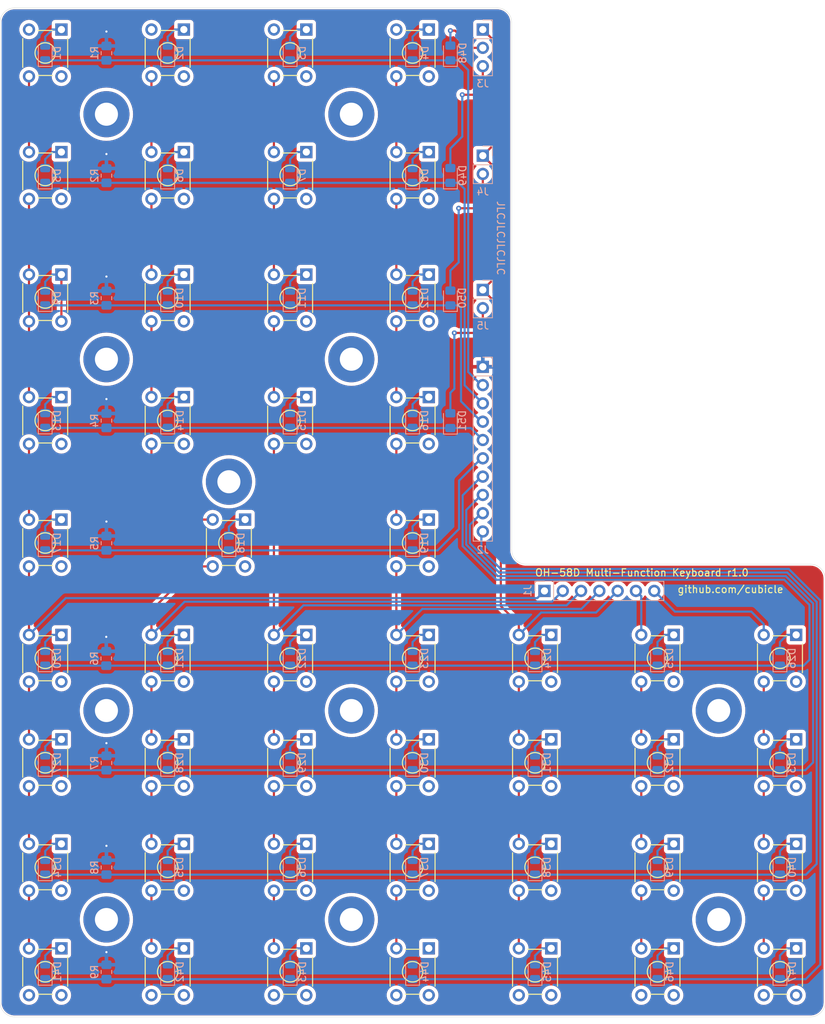
<source format=kicad_pcb>
(kicad_pcb (version 20240108) (generator "pcbnew") (generator_version "8.0")
  (title_block (title "OH-58D Multi-Function Keyboard") (date "2025-01-06") (rev "1.0") (company "github.com/cubicle"))
  (layers (0 "F.Cu" signal) (31 "B.Cu" signal) (34 "B.Paste" user) (35 "F.Paste" user) (36 "B.SilkS" user "B.Silkscreen") (37 "F.SilkS" user "F.Silkscreen") (38 "B.Mask" user) (39 "F.Mask" user) (44 "Edge.Cuts" user))
  (net 0 "")
  (net 1 "Net-(D1-A)")
  (net 2 "Net-(D1-K)")
  (net 3 "Net-(D2-A)")
  (net 4 "Net-(D3-A)")
  (net 5 "Net-(D4-A)")
  (net 6 "Net-(D49-K)")
  (net 7 "Net-(D5-A)")
  (net 8 "Net-(D6-A)")
  (net 9 "Net-(D7-A)")
  (net 10 "Net-(D8-A)")
  (net 11 "Net-(D10-K)")
  (net 12 "Net-(D9-A)")
  (net 13 "Net-(D10-A)")
  (net 14 "Net-(D11-A)")
  (net 15 "Net-(D12-A)")
  (net 16 "Net-(D13-K)")
  (net 17 "Net-(D13-A)")
  (net 18 "Net-(D14-A)")
  (net 19 "Net-(D15-A)")
  (net 20 "Net-(D16-A)")
  (net 21 "Net-(D17-K)")
  (net 22 "Net-(D17-A)")
  (net 23 "Net-(D18-A)")
  (net 24 "Net-(D19-A)")
  (net 25 "Net-(D20-A)")
  (net 26 "Net-(D20-K)")
  (net 27 "Net-(D21-A)")
  (net 28 "Net-(D22-A)")
  (net 29 "Net-(D23-A)")
  (net 30 "Net-(D24-A)")
  (net 31 "Net-(D25-A)")
  (net 32 "Net-(D26-A)")
  (net 33 "Net-(D27-K)")
  (net 34 "Net-(D27-A)")
  (net 35 "Net-(D28-A)")
  (net 36 "Net-(D29-A)")
  (net 37 "Net-(D30-A)")
  (net 38 "Net-(D31-A)")
  (net 39 "Net-(D32-A)")
  (net 40 "Net-(D33-A)")
  (net 41 "Net-(D34-K)")
  (net 42 "Net-(D34-A)")
  (net 43 "Net-(D35-A)")
  (net 44 "Net-(D36-A)")
  (net 45 "Net-(D37-A)")
  (net 46 "Net-(D38-A)")
  (net 47 "Net-(D39-A)")
  (net 48 "Net-(D40-A)")
  (net 49 "Net-(D41-A)")
  (net 50 "Net-(D41-K)")
  (net 51 "Net-(D42-A)")
  (net 52 "Net-(D43-A)")
  (net 53 "Net-(D44-A)")
  (net 54 "Net-(D45-A)")
  (net 55 "Net-(D46-A)")
  (net 56 "Net-(D47-A)")
  (net 57 "Net-(J1-Pin_1)")
  (net 58 "Row 9")
  (net 59 "Net-(J1-Pin_4)")
  (net 60 "Row 8")
  (net 61 "Row 7")
  (net 62 "Net-(J1-Pin_3)")
  (net 63 "Net-(J1-Pin_2)")
  (net 64 "GND")
  (net 65 "Row 6")
  (net 66 "Column 6")
  (net 67 "Column 7")
  (net 68 "Column 5")
  (footprint "Button_Switch_THT:SW_TH_Tactile_Omron_B3F-105x" (layer "F.Cu") (at 80.15 71.775 -90)
    (property "Reference" "SW11" (hide yes))
    (property "Value" "SW_Push")
  )
  (footprint "MountingHole:MountingHole_3.2mm_M3_Pad" (layer "F.Cu") (at 52.4 132.275)
    (property "Reference" "REF**" (hide yes))
    (property "Value" "MountingHole_3.2mm_M3_Pad")
  )
  (footprint "Button_Switch_THT:SW_TH_Tactile_Omron_B3F-105x" (layer "F.Cu") (at 148.15 165.275 -90)
    (property "Reference" "SW47" (hide yes))
    (property "Value" "SW_Push")
  )
  (footprint "Button_Switch_THT:SW_TH_Tactile_Omron_B3F-105x" (layer "F.Cu") (at 97.15 71.775 -90)
    (property "Reference" "SW12" (hide yes))
    (property "Value" "SW_Push")
  )
  (footprint "Button_Switch_THT:SW_TH_Tactile_Omron_B3F-105x" (layer "F.Cu") (at 63.15 88.775 -90)
    (property "Reference" "SW14" (hide yes))
    (property "Value" "SW_Push")
  )
  (footprint "Button_Switch_THT:SW_TH_Tactile_Omron_B3F-105x" (layer "F.Cu") (at 63.15 54.775 -90)
    (property "Reference" "SW6" (hide yes))
    (property "Value" "SW_Push")
  )
  (footprint "MountingHole:MountingHole_3.2mm_M3_Pad" (layer "F.Cu") (at 52.4 161.275)
    (property "Reference" "REF**" (hide yes))
    (property "Value" "MountingHole_3.2mm_M3_Pad")
  )
  (footprint "Button_Switch_THT:SW_TH_Tactile_Omron_B3F-105x" (layer "F.Cu") (at 46.15 165.275 -90)
    (property "Reference" "SW41" (hide yes))
    (property "Value" "SW_Push")
  )
  (footprint "MountingHole:MountingHole_3.2mm_M3_Pad" (layer "F.Cu") (at 137.4 132.275)
    (property "Reference" "REF**" (hide yes))
    (property "Value" "MountingHole_3.2mm_M3_Pad")
  )
  (footprint "Button_Switch_THT:SW_TH_Tactile_Omron_B3F-105x" (layer "F.Cu") (at 97.15 105.775 -90)
    (property "Reference" "SW19" (hide yes))
    (property "Value" "SW_Push")
  )
  (footprint "Button_Switch_THT:SW_TH_Tactile_Omron_B3F-105x" (layer "F.Cu") (at 46.15 121.775 -90)
    (property "Reference" "SW20" (hide yes))
    (property "Value" "SW_Push")
  )
  (footprint "Button_Switch_THT:SW_TH_Tactile_Omron_B3F-105x" (layer "F.Cu") (at 97.15 150.775 -90)
    (property "Reference" "SW37" (hide yes))
    (property "Value" "SW_Push")
  )
  (footprint "Button_Switch_THT:SW_TH_Tactile_Omron_B3F-105x" (layer "F.Cu") (at 97.15 88.775 -90)
    (property "Reference" "SW16" (hide yes))
    (property "Value" "SW_Push")
  )
  (footprint "Button_Switch_THT:SW_TH_Tactile_Omron_B3F-105x" (layer "F.Cu") (at 131.15 165.275 -90)
    (property "Reference" "SW46" (hide yes))
    (property "Value" "SW_Push")
  )
  (footprint "Button_Switch_THT:SW_TH_Tactile_Omron_B3F-105x" (layer "F.Cu") (at 114.15 136.275 -90)
    (property "Reference" "SW31" (hide yes))
    (property "Value" "SW_Push")
  )
  (footprint "Button_Switch_THT:SW_TH_Tactile_Omron_B3F-105x" (layer "F.Cu") (at 63.15 37.775 -90)
    (property "Reference" "SW2" (hide yes))
    (property "Value" "SW_Push")
  )
  (footprint "Button_Switch_THT:SW_TH_Tactile_Omron_B3F-105x" (layer "F.Cu") (at 97.15 37.775 -90)
    (property "Reference" "SW4" (hide yes))
    (property "Value" "SW_Push")
  )
  (footprint "Button_Switch_THT:SW_TH_Tactile_Omron_B3F-105x" (layer "F.Cu") (at 46.15 37.775 -90)
    (property "Reference" "SW1" (hide yes))
    (property "Value" "SW_Push")
  )
  (footprint "MountingHole:MountingHole_3.2mm_M3_Pad" (layer "F.Cu") (at 86.4 49.525)
    (property "Reference" "REF**" (hide yes))
    (property "Value" "MountingHole_3.2mm_M3_Pad")
  )
  (footprint "Button_Switch_THT:SW_TH_Tactile_Omron_B3F-105x" (layer "F.Cu") (at 63.15 165.275 -90)
    (property "Reference" "SW42" (hide yes))
    (property "Value" "SW_Push")
  )
  (footprint "Button_Switch_THT:SW_TH_Tactile_Omron_B3F-105x" (layer "F.Cu") (at 46.15 105.775 -90)
    (property "Reference" "SW17" (hide yes))
    (property "Value" "SW_Push")
  )
  (footprint "Button_Switch_THT:SW_TH_Tactile_Omron_B3F-105x" (layer "F.Cu") (at 63.15 150.775 -90)
    (property "Reference" "SW35" (hide yes))
    (property "Value" "SW_Push")
  )
  (footprint "Button_Switch_THT:SW_TH_Tactile_Omron_B3F-105x" (layer "F.Cu") (at 80.15 150.775 -90)
    (property "Reference" "SW36" (hide yes))
    (property "Value" "SW_Push")
  )
  (footprint "Button_Switch_THT:SW_TH_Tactile_Omron_B3F-105x" (layer "F.Cu") (at 71.65 105.775 -90)
    (property "Reference" "SW18" (hide yes))
    (property "Value" "SW_Push")
  )
  (footprint "Button_Switch_THT:SW_TH_Tactile_Omron_B3F-105x" (layer "F.Cu") (at 131.15 136.275 -90)
    (property "Reference" "SW32" (hide yes))
    (property "Value" "SW_Push")
  )
  (footprint "Button_Switch_THT:SW_TH_Tactile_Omron_B3F-105x" (layer "F.Cu") (at 148.15 150.775 -90)
    (property "Reference" "SW40" (hide yes))
    (property "Value" "SW_Push")
  )
  (footprint "Button_Switch_THT:SW_TH_Tactile_Omron_B3F-105x" (layer "F.Cu") (at 46.15 150.775 -90)
    (property "Reference" "SW34" (hide yes))
    (property "Value" "SW_Push")
  )
  (footprint "Button_Switch_THT:SW_TH_Tactile_Omron_B3F-105x" (layer "F.Cu") (at 97.15 54.775 -90)
    (property "Reference" "SW8" (hide yes))
    (property "Value" "SW_Push")
  )
  (footprint "Button_Switch_THT:SW_TH_Tactile_Omron_B3F-105x" (layer "F.Cu") (at 80.15 165.275 -90)
    (property "Reference" "SW43" (hide yes))
    (property "Value" "SW_Push")
  )
  (footprint "Button_Switch_THT:SW_TH_Tactile_Omron_B3F-105x" (layer "F.Cu") (at 114.15 150.775 -90)
    (property "Reference" "SW38" (hide yes))
    (property "Value" "SW_Push")
  )
  (footprint "MountingHole:MountingHole_3.2mm_M3_Pad" (layer "F.Cu") (at 52.4 49.525)
    (property "Reference" "REF**" (hide yes))
    (property "Value" "MountingHole_3.2mm_M3_Pad")
  )
  (footprint "Button_Switch_THT:SW_TH_Tactile_Omron_B3F-105x" (layer "F.Cu") (at 46.15 54.775 -90)
    (property "Reference" "SW5" (hide yes))
    (property "Value" "SW_Push")
  )
  (footprint "Button_Switch_THT:SW_TH_Tactile_Omron_B3F-105x" (layer "F.Cu") (at 63.15 71.775 -90)
    (property "Reference" "SW10" (hide yes))
    (property "Value" "SW_Push")
  )
  (footprint "Button_Switch_THT:SW_TH_Tactile_Omron_B3F-105x" (layer "F.Cu") (at 114.15 165.275 -90)
    (property "Reference" "SW45" (hide yes))
    (property "Value" "SW_Push")
  )
  (footprint "Button_Switch_THT:SW_TH_Tactile_Omron_B3F-105x" (layer "F.Cu") (at 80.15 136.275 -90)
    (property "Reference" "SW29" (hide yes))
    (property "Value" "SW_Push")
  )
  (footprint "Button_Switch_THT:SW_TH_Tactile_Omron_B3F-105x" (layer "F.Cu") (at 63.15 136.275 -90)
    (property "Reference" "SW28" (hide yes))
    (property "Value" "SW_Push")
  )
  (footprint "Button_Switch_THT:SW_TH_Tactile_Omron_B3F-105x" (layer "F.Cu") (at 148.15 121.775 -90)
    (property "Reference" "SW26" (hide yes))
    (property "Value" "SW_Push")
  )
  (footprint "Button_Switch_THT:SW_TH_Tactile_Omron_B3F-105x" (layer "F.Cu") (at 97.15 165.275 -90)
    (property "Reference" "SW44" (hide yes))
    (property "Value" "SW_Push")
  )
  (footprint "MountingHole:MountingHole_3.2mm_M3_Pad" (layer "F.Cu") (at 86.4 161.275)
    (property "Reference" "REF**" (hide yes))
    (property "Value" "MountingHole_3.2mm_M3_Pad")
  )
  (footprint "Button_Switch_THT:SW_TH_Tactile_Omron_B3F-105x" (layer "F.Cu") (at 80.15 54.775 -90)
    (property "Reference" "SW7" (hide yes))
    (property "Value" "SW_Push")
  )
  (footprint "Button_Switch_THT:SW_TH_Tactile_Omron_B3F-105x" (layer "F.Cu") (at 97.15 121.775 -90)
    (property "Reference" "SW23" (hide yes))
    (property "Value" "SW_Push")
  )
  (footprint "Button_Switch_THT:SW_TH_Tactile_Omron_B3F-105x" (layer "F.Cu") (at 80.15 88.775 -90)
    (property "Reference" "SW15" (hide yes))
    (property "Value" "SW_Push")
  )
  (footprint "MountingHole:MountingHole_3.2mm_M3_Pad" (layer "F.Cu") (at 52.4 83.525)
    (property "Reference" "REF**" (hide yes))
    (property "Value" "MountingHole_3.2mm_M3_Pad")
  )
  (footprint "MountingHole:MountingHole_3.2mm_M3_Pad" (layer "F.Cu") (at 137.4 161.275)
    (property "Reference" "REF**" (hide yes))
    (property "Value" "MountingHole_3.2mm_M3_Pad")
  )
  (footprint "Button_Switch_THT:SW_TH_Tactile_Omron_B3F-105x" (layer "F.Cu") (at 148.15 136.275 -90)
    (property "Reference" "SW33" (hide yes))
    (property "Value" "SW_Push")
  )
  (footprint "MountingHole:MountingHole_3.2mm_M3_Pad" (layer "F.Cu") (at 69.4 100.525)
    (property "Reference" "REF**" (hide yes))
    (property "Value" "MountingHole_3.2mm_M3_Pad")
  )
  (footprint "MountingHole:MountingHole_3.2mm_M3_Pad" (layer "F.Cu") (at 86.4 83.525)
    (property "Reference" "REF**" (hide yes))
    (property "Value" "MountingHole_3.2mm_M3_Pad")
  )
  (footprint "Button_Switch_THT:SW_TH_Tactile_Omron_B3F-105x" (layer "F.Cu") (at 80.15 121.775 -90)
    (property "Reference" "SW22" (hide yes))
    (property "Value" "SW_Push")
  )
  (footprint "Button_Switch_THT:SW_TH_Tactile_Omron_B3F-105x" (layer "F.Cu") (at 63.15 121.775 -90)
    (property "Reference" "SW21" (hide yes))
    (property "Value" "SW_Push")
  )
  (footprint "Button_Switch_THT:SW_TH_Tactile_Omron_B3F-105x" (layer "F.Cu") (at 114.15 121.775 -90)
    (property "Reference" "SW24" (hide yes))
    (property "Value" "SW_Push")
  )
  (footprint "Button_Switch_THT:SW_TH_Tactile_Omron_B3F-105x" (layer "F.Cu") (at 46.15 88.775 -90)
    (property "Reference" "SW13" (hide yes))
    (property "Value" "SW_Push")
  )
  (footprint "Button_Switch_THT:SW_TH_Tactile_Omron_B3F-105x" (layer "F.Cu") (at 80.15 37.775 -90)
    (property "Reference" "SW3" (hide yes))
    (property "Value" "SW_Push")
  )
  (footprint "MountingHole:MountingHole_3.2mm_M3_Pad" (layer "F.Cu") (at 86.4 132.275)
    (property "Reference" "REF**" (hide yes))
    (property "Value" "MountingHole_3.2mm_M3_Pad")
  )
  (footprint "Button_Switch_THT:SW_TH_Tactile_Omron_B3F-105x" (layer "F.Cu") (at 46.15 71.775 -90)
    (property "Reference" "SW9" (hide yes))
    (property "Value" "SW_Push")
  )
  (footprint "Button_Switch_THT:SW_TH_Tactile_Omron_B3F-105x" (layer "F.Cu") (at 131.15 121.775 -90)
    (property "Reference" "SW25" (hide yes))
    (property "Value" "SW_Push")
  )
  (footprint "Button_Switch_THT:SW_TH_Tactile_Omron_B3F-105x" (layer "F.Cu") (at 46.15 136.275 -90)
    (property "Reference" "SW27" (hide yes))
    (property "Value" "SW_Push")
  )
  (footprint "Button_Switch_THT:SW_TH_Tactile_Omron_B3F-105x" (layer "F.Cu") (at 97.15 136.275 -90)
    (property "Reference" "SW30" (hide yes))
    (property "Value" "SW_Push")
  )
  (footprint "Button_Switch_THT:SW_TH_Tactile_Omron_B3F-105x" (layer "F.Cu") (at 131.15 150.775 -90)
    (property "Reference" "SW39" (hide yes))
    (property "Value" "SW_Push")
  )
  (footprint "Diode_SMD:D_0805_2012Metric_Pad1.15x1.40mm_HandSolder" (layer "B.Cu") (at 60.9 168.525 90)
    (property "Reference" "D42")
    (property "Value" "D")
  )
  (footprint "Connector_PinHeader_2.54mm:PinHeader_1x07_P2.54mm_Vertical" (layer "B.Cu") (at 113.21 115.675 -90)
    (property "Reference" "J1")
    (property "Value" "Conn_01x07_Pin")
  )
  (footprint "Diode_SMD:D_0805_2012Metric_Pad1.15x1.40mm_HandSolder" (layer "B.Cu") (at 60.9 125.025 90)
    (property "Reference" "D21")
    (property "Value" "D")
  )
  (footprint "Diode_SMD:D_0805_2012Metric_Pad1.15x1.40mm_HandSolder" (layer "B.Cu") (at 100.15 41.025 90)
    (property "Reference" "D48")
    (property "Value" "D")
  )
  (footprint "Diode_SMD:D_0805_2012Metric_Pad1.15x1.40mm_HandSolder" (layer "B.Cu") (at 94.9 41.025 90)
    (property "Reference" "D4")
    (property "Value" "D")
  )
  (footprint "Diode_SMD:D_0805_2012Metric_Pad1.15x1.40mm_HandSolder" (layer "B.Cu") (at 43.9 58.025 90)
    (property "Reference" "D5")
    (property "Value" "D")
  )
  (footprint "Resistor_SMD:R_0805_2012Metric_Pad1.20x1.40mm_HandSolder" (layer "B.Cu") (at 52.4 41.05 -90)
    (property "Reference" "R1")
    (property "Value" "10K")
  )
  (footprint "Diode_SMD:D_0805_2012Metric_Pad1.15x1.40mm_HandSolder" (layer "B.Cu") (at 43.9 168.525 90)
    (property "Reference" "D41")
    (property "Value" "D")
  )
  (footprint "Diode_SMD:D_0805_2012Metric_Pad1.15x1.40mm_HandSolder" (layer "B.Cu") (at 145.9 168.525 90)
    (property "Reference" "D47")
    (property "Value" "D")
  )
  (footprint "Resistor_SMD:R_0805_2012Metric_Pad1.20x1.40mm_HandSolder" (layer "B.Cu") (at 52.4 58.05 -90)
    (property "Reference" "R2")
    (property "Value" "10K")
  )
  (footprint "Diode_SMD:D_0805_2012Metric_Pad1.15x1.40mm_HandSolder" (layer "B.Cu") (at 100.15 75.025 90)
    (property "Reference" "D50")
    (property "Value" "D")
  )
  (footprint "Diode_SMD:D_0805_2012Metric_Pad1.15x1.40mm_HandSolder" (layer "B.Cu") (at 145.9 139.525 90)
    (property "Reference" "D33")
    (property "Value" "D")
  )
  (footprint "Diode_SMD:D_0805_2012Metric_Pad1.15x1.40mm_HandSolder" (layer "B.Cu") (at 60.9 92.025 90)
    (property "Reference" "D14")
    (property "Value" "D")
  )
  (footprint "Diode_SMD:D_0805_2012Metric_Pad1.15x1.40mm_HandSolder" (layer "B.Cu") (at 77.9 58.025 90)
    (property "Reference" "D7")
    (property "Value" "D")
  )
  (footprint "Diode_SMD:D_0805_2012Metric_Pad1.15x1.40mm_HandSolder" (layer "B.Cu") (at 77.9 125.025 90)
    (property "Reference" "D22")
    (property "Value" "D")
  )
  (footprint "Diode_SMD:D_0805_2012Metric_Pad1.15x1.40mm_HandSolder" (layer "B.Cu") (at 43.9 154.025 90)
    (property "Reference" "D34")
    (property "Value" "D")
  )
  (footprint "Connector_PinHeader_2.54mm:PinHeader_1x10_P2.54mm_Vertical" (layer "B.Cu") (at 104.65 84.575 180)
    (property "Reference" "J2")
    (property "Value" "Conn_01x10_Pin" (hide yes))
  )
  (footprint "Diode_SMD:D_0805_2012Metric_Pad1.15x1.40mm_HandSolder" (layer "B.Cu") (at 128.9 154.025 90)
    (property "Reference" "D39")
    (property "Value" "D")
  )
  (footprint "Diode_SMD:D_0805_2012Metric_Pad1.15x1.40mm_HandSolder" (layer "B.Cu") (at 94.9 92.025 90)
    (property "Reference" "D16")
    (property "Value" "D")
  )
  (footprint "Diode_SMD:D_0805_2012Metric_Pad1.15x1.40mm_HandSolder" (layer "B.Cu") (at 43.9 109.025 90)
    (property "Reference" "D17")
    (property "Value" "D")
  )
  (footprint "Resistor_SMD:R_0805_2012Metric_Pad1.20x1.40mm_HandSolder" (layer "B.Cu") (at 52.4 92.05 -90)
    (property "Reference" "R4")
    (property "Value" "10K")
  )
  (footprint "Diode_SMD:D_0805_2012Metric_Pad1.15x1.40mm_HandSolder" (layer "B.Cu") (at 94.9 58.025 90)
    (property "Reference" "D8")
    (property "Value" "D")
  )
  (footprint "Diode_SMD:D_0805_2012Metric_Pad1.15x1.40mm_HandSolder" (layer "B.Cu") (at 94.9 109.025 90)
    (property "Reference" "D19")
    (property "Value" "D")
  )
  (footprint "Diode_SMD:D_0805_2012Metric_Pad1.15x1.40mm_HandSolder" (layer "B.Cu") (at 111.9 139.525 90)
    (property "Reference" "D31")
    (property "Value" "D")
  )
  (footprint "Resistor_SMD:R_0805_2012Metric_Pad1.20x1.40mm_HandSolder" (layer "B.Cu") (at 52.375 125.05 -90)
    (property "Reference" "R6")
    (property "Value" "10K")
  )
  (footprint "Connector_PinHeader_2.54mm:PinHeader_1x03_P2.54mm_Vertical" (layer "B.Cu") (at 104.65 37.775 180)
    (property "Reference" "J3")
    (property "Value" "Conn_01x03_Pin" (hide yes))
  )
  (footprint "Diode_SMD:D_0805_2012Metric_Pad1.15x1.40mm_HandSolder" (layer "B.Cu") (at 43.9 125.025 90)
    (property "Reference" "D20")
    (property "Value" "D")
  )
  (footprint "Diode_SMD:D_0805_2012Metric_Pad1.15x1.40mm_HandSolder" (layer "B.Cu") (at 60.9 41.025 90)
    (property "Reference" "D2")
    (property "Value" "D")
  )
  (footprint "Diode_SMD:D_0805_2012Metric_Pad1.15x1.40mm_HandSolder" (layer "B.Cu") (at 128.9 139.525 90)
    (property "Reference" "D32")
    (property "Value" "D")
  )
  (footprint "Diode_SMD:D_0805_2012Metric_Pad1.15x1.40mm_HandSolder" (layer "B.Cu") (at 94.9 75.025 90)
    (property "Reference" "D12")
    (property "Value" "D")
  )
  (footprint "Diode_SMD:D_0805_2012Metric_Pad1.15x1.40mm_HandSolder" (layer "B.Cu") (at 43.9 139.525 90)
    (property "Reference" "D27")
    (property "Value" "D")
  )
  (footprint "Diode_SMD:D_0805_2012Metric_Pad1.15x1.40mm_HandSolder" (layer "B.Cu") (at 77.9 139.525 90)
    (property "Reference" "D29")
    (property "Value" "D")
  )
  (footprint "Diode_SMD:D_0805_2012Metric_Pad1.15x1.40mm_HandSolder" (layer "B.Cu") (at 94.9 125.025 90)
    (property "Reference" "D23")
    (property "Value" "D")
  )
  (footprint "Connector_PinHeader_2.54mm:PinHeader_1x02_P2.54mm_Vertical" (layer "B.Cu") (at 104.65 73.9 180)
    (property "Reference" "J5")
    (property "Value" "Conn_01x02_Pin" (hide yes))
  )
  (footprint "Diode_SMD:D_0805_2012Metric_Pad1.15x1.40mm_HandSolder" (layer "B.Cu") (at 145.9 125.025 90)
    (property "Reference" "D26")
    (property "Value" "D")
  )
  (footprint "Diode_SMD:D_0805_2012Metric_Pad1.15x1.40mm_HandSolder" (layer "B.Cu") (at 77.9 75.025 90)
    (property "Reference" "D11")
    (property "Value" "D")
  )
  (footprint "Diode_SMD:D_0805_2012Metric_Pad1.15x1.40mm_HandSolder" (layer "B.Cu") (at 69.4 109.025 90)
    (property "Reference" "D18")
    (property "Value" "D")
  )
  (footprint "Diode_SMD:D_0805_2012Metric_Pad1.15x1.40mm_HandSolder" (layer "B.Cu") (at 94.9 139.525 90)
    (property "Reference" "D30")
    (property "Value" "D")
  )
  (footprint "Diode_SMD:D_0805_2012Metric_Pad1.15x1.40mm_HandSolder" (layer "B.Cu") (at 77.9 168.525 90)
    (property "Reference" "D43")
    (property "Value" "D")
  )
  (footprint "Resistor_SMD:R_0805_2012Metric_Pad1.20x1.40mm_HandSolder" (layer "B.Cu") (at 52.4 75.05 -90)
    (property "Reference" "R3")
    (property "Value" "10K")
  )
  (footprint "Diode_SMD:D_0805_2012Metric_Pad1.15x1.40mm_HandSolder" (layer "B.Cu") (at 43.9 75.025 90)
    (property "Reference" "D9")
    (property "Value" "D")
  )
  (footprint "Connector_PinHeader_2.54mm:PinHeader_1x02_P2.54mm_Vertical" (layer "B.Cu") (at 104.65 55.275 180)
    (property "Reference" "J4")
    (property "Value" "Conn_01x02_Pin" (hide yes))
  )
  (footprint "Diode_SMD:D_0805_2012Metric_Pad1.15x1.40mm_HandSolder" (layer "B.Cu") (at 77.9 92.025 90)
    (property "Reference" "D15")
    (property "Value" "D")
  )
  (footprint "Diode_SMD:D_0805_2012Metric_Pad1.15x1.40mm_HandSolder" (layer "B.Cu") (at 43.9 92.025 90)
    (property "Reference" "D13")
    (property "Value" "D")
  )
  (footprint "Resistor_SMD:R_0805_2012Metric_Pad1.20x1.40mm_HandSolder" (layer "B.Cu") (at 52.4 168.55 -90)
    (property "Reference" "R9")
    (property "Value" "10K")
  )
  (footprint "Diode_SMD:D_0805_2012Metric_Pad1.15x1.40mm_HandSolder" (layer "B.Cu") (at 100.15 92.05 90)
    (property "Reference" "D51")
    (property "Value" "D")
  )
  (footprint "Diode_SMD:D_0805_2012Metric_Pad1.15x1.40mm_HandSolder" (layer "B.Cu") (at 60.9 75.025 90)
    (property "Reference" "D10")
    (property "Value" "D")
  )
  (footprint "Diode_SMD:D_0805_2012Metric_Pad1.15x1.40mm_HandSolder" (layer "B.Cu") (at 60.9 154.025 90)
    (property "Reference" "D35")
    (property "Value" "D")
  )
  (footprint "Diode_SMD:D_0805_2012Metric_Pad1.15x1.40mm_HandSolder" (layer "B.Cu") (at 100.15 58.025 90)
    (property "Reference" "D49")
    (property "Value" "D")
  )
  (footprint "Diode_SMD:D_0805_2012Metric_Pad1.15x1.40mm_HandSolder" (layer "B.Cu") (at 94.9 154.025 90)
    (property "Reference" "D37")
    (property "Value" "D")
  )
  (footprint "Diode_SMD:D_0805_2012Metric_Pad1.15x1.40mm_HandSolder" (layer "B.Cu") (at 43.9 41.025 90)
    (property "Reference" "D1")
    (property "Value" "D")
  )
  (footprint "Diode_SMD:D_0805_2012Metric_Pad1.15x1.40mm_HandSolder" (layer "B.Cu") (at 128.9 168.525 90)
    (property "Reference" "D46")
    (property "Value" "D")
  )
  (footprint "Diode_SMD:D_0805_2012Metric_Pad1.15x1.40mm_HandSolder" (layer "B.Cu") (at 111.9 168.525 90)
    (property "Reference" "D45")
    (property "Value" "D")
  )
  (footprint "Diode_SMD:D_0805_2012Metric_Pad1.15x1.40mm_HandSolder" (layer "B.Cu") (at 111.9 125.025 90)
    (property "Reference" "D24")
    (property "Value" "D")
  )
  (footprint "Diode_SMD:D_0805_2012Metric_Pad1.15x1.40mm_HandSolder" (layer "B.Cu") (at 77.9 154.025 90)
    (property "Reference" "D36")
    (property "Value" "D")
  )
  (footprint "Resistor_SMD:R_0805_2012Metric_Pad1.20x1.40mm_HandSolder" (layer "B.Cu") (at 52.4 154.05 -90)
    (property "Reference" "R8")
    (property "Value" "10K")
  )
  (footprint "Resistor_SMD:R_0805_2012Metric_Pad1.20x1.40mm_HandSolder" (layer "B.Cu") (at 52.4 109.05 -90)
    (property "Reference" "R5")
    (property "Value" "10K")
  )
  (footprint "Diode_SMD:D_0805_2012Metric_Pad1.15x1.40mm_HandSolder" (layer "B.Cu") (at 60.9 58.025 90)
    (property "Reference" "D6")
    (property "Value" "D")
  )
  (footprint "Diode_SMD:D_0805_2012Metric_Pad1.15x1.40mm_HandSolder" (layer "B.Cu") (at 111.9 154.025 90)
    (property "Reference" "D38")
    (property "Value" "D")
  )
  (footprint "Diode_SMD:D_0805_2012Metric_Pad1.15x1.40mm_HandSolder" (layer "B.Cu") (at 77.9 41.025 90)
    (property "Reference" "D3")
    (property "Value" "D")
  )
  (footprint "Resistor_SMD:R_0805_2012Metric_Pad1.20x1.40mm_HandSolder" (layer "B.Cu") (at 52.4 139.55 -90)
    (property "Reference" "R7")
    (property "Value" "10K")
  )
  (footprint "Diode_SMD:D_0805_2012Metric_Pad1.15x1.40mm_HandSolder" (layer "B.Cu") (at 94.9 168.525 90)
    (property "Reference" "D44")
    (property "Value" "D")
  )
  (footprint "Diode_SMD:D_0805_2012Metric_Pad1.15x1.40mm_HandSolder" (layer "B.Cu") (at 60.9 139.525 90)
    (property "Reference" "D28")
    (property "Value" "D")
  )
  (footprint "Diode_SMD:D_0805_2012Metric_Pad1.15x1.40mm_HandSolder" (layer "B.Cu") (at 145.9 154.025 90)
    (property "Reference" "D40")
    (property "Value" "D")
  )
  (footprint "Diode_SMD:D_0805_2012Metric_Pad1.15x1.40mm_HandSolder" (layer "B.Cu") (at 128.9 125.025 90)
    (property "Reference" "D25")
    (property "Value" "D")
  )
  (gr_line (start 152.15 113.975) (end 152.15 172.775) (stroke (width 0.05)) (layer "Edge.Cuts"))
  (gr_arc (start 110.65 111.975) (mid 109.235786 111.389214) (end 108.65 109.975) (stroke (width 0.05)) (layer "Edge.Cuts"))
  (gr_line (start 39.65 34.775) (end 106.65 34.775) (stroke (width 0.05)) (layer "Edge.Cuts"))
  (gr_arc (start 106.65 34.775) (mid 108.064214 35.360786) (end 108.65 36.775) (stroke (width 0.05)) (layer "Edge.Cuts"))
  (gr_arc (start 37.65 36.775) (mid 38.235786 35.360786) (end 39.65 34.775) (stroke (width 0.05)) (layer "Edge.Cuts"))
  (gr_arc (start 150.15 111.975) (mid 151.564214 112.560786) (end 152.15 113.975) (stroke (width 0.05)) (layer "Edge.Cuts"))
  (gr_line (start 108.65 36.775) (end 108.65 109.975) (stroke (width 0.05)) (layer "Edge.Cuts"))
  (gr_line (start 37.65 172.775) (end 37.65 36.775) (stroke (width 0.05)) (layer "Edge.Cuts"))
  (gr_arc (start 152.15 172.775) (mid 151.564214 174.189214) (end 150.15 174.775) (stroke (width 0.05)) (layer "Edge.Cuts"))
  (gr_line (start 150.15 174.775) (end 39.65 174.775) (stroke (width 0.05)) (layer "Edge.Cuts"))
  (gr_arc (start 39.65 174.775) (mid 38.235786 174.189214) (end 37.65 172.775) (stroke (width 0.05)) (layer "Edge.Cuts"))
  (gr_line (start 110.65 111.975) (end 150.15 111.975) (stroke (width 0.05)) (layer "Edge.Cuts"))
  (gr_text "JLCJLCJLCJLC" (at 106.55 61.475 270) (layer "B.SilkS") (effects (font (size 1 1) (thickness 0.153)) (justify left bottom)))
  (gr_text "${COMPANY}" (at 131.6 116.05 0) (layer "F.SilkS") (effects (font (size 1 1) (thickness 0.153)) (justify left bottom)))
  (gr_text "${TITLE} r${REVISION}" (at 111.825 113.725 0) (layer "F.SilkS") (effects (font (size 1 1) (thickness 0.153)) (justify left bottom)))
  (segment (start 43.9 39.775) (end 43.9 38.775) (width 0.3) (layer "B.Cu") (net 1))
  (segment (start 43.9 38.775) (end 44.9 37.775) (width 0.3) (layer "B.Cu") (net 1))
  (segment (start 44.9 37.775) (end 46.15 37.775) (width 0.3) (layer "B.Cu") (net 1))
  (segment (start 101.275 42.05) (end 102.625 43.4) (width 0.3) (layer "B.Cu") (net 2))
  (segment (start 100.15 42.05) (end 101.275 42.05) (width 0.3) (layer "B.Cu") (net 2))
  (segment (start 94.9 42.05) (end 94.975 41.975) (width 0.3) (layer "B.Cu") (net 2))
  (segment (start 94.9 42.05) (end 100.15 42.05) (width 0.3) (layer "B.Cu") (net 2))
  (segment (start 43.9 42.05) (end 52.4 42.05) (width 0.3) (layer "B.Cu") (net 2))
  (segment (start 102.625 43.4) (end 102.625 85.29) (width 0.3) (layer "B.Cu") (net 2))
  (segment (start 102.625 85.29) (end 104.45 87.115) (width 0.3) (layer "B.Cu") (net 2))
  (segment (start 77.9 42.05) (end 94.9 42.05) (width 0.3) (layer "B.Cu") (net 2))
  (segment (start 60.9 42.05) (end 77.9 42.05) (width 0.3) (layer "B.Cu") (net 2))
  (segment (start 52.4 42.05) (end 60.9 42.05) (width 0.3) (layer "B.Cu") (net 2))
  (segment (start 61.9 37.775) (end 63.15 37.775) (width 0.3) (layer "B.Cu") (net 3))
  (segment (start 60.9 38.775) (end 61.9 37.775) (width 0.3) (layer "B.Cu") (net 3))
  (segment (start 60.9 39.775) (end 60.9 38.775) (width 0.3) (layer "B.Cu") (net 3))
  (segment (start 77.9 38.785) (end 78.91 37.775) (width 0.3) (layer "B.Cu") (net 4))
  (segment (start 77.9 39.775) (end 77.9 38.785) (width 0.3) (layer "B.Cu") (net 4))
  (segment (start 78.91 37.775) (end 80.15 37.775) (width 0.3) (layer "B.Cu") (net 4))
  (segment (start 95.9 37.775) (end 97.15 37.775) (width 0.3) (layer "B.Cu") (net 5))
  (segment (start 94.9 38.775) (end 95.9 37.775) (width 0.3) (layer "B.Cu") (net 5))
  (segment (start 94.9 39.775) (end 94.9 38.775) (width 0.3) (layer "B.Cu") (net 5))
  (segment (start 60.82 59.405) (end 60.9 59.325) (width 0.3) (layer "B.Cu") (net 6))
  (segment (start 94.9 59.05) (end 101.275 59.05) (width 0.3) (layer "B.Cu") (net 6))
  (segment (start 60.8 59.425) (end 60.9 59.325) (width 0.3) (layer "B.Cu") (net 6))
  (segment (start 43.9 59.05) (end 52.4 59.05) (width 0.3) (layer "B.Cu") (net 6))
  (segment (start 52.4 59.05) (end 60.9 59.05) (width 0.3) (layer "B.Cu") (net 6))
  (segment (start 102.125 87.13) (end 104.465 89.47) (width 0.3) (layer "B.Cu") (net 6))
  (segment (start 60.9 59.05) (end 77.9 59.05) (width 0.3) (layer "B.Cu") (net 6))
  (segment (start 94.7 59.325) (end 94.8 59.425) (width 0.3) (layer "B.Cu") (net 6))
  (segment (start 101.275 59.05) (end 102.125 59.9) (width 0.3) (layer "B.Cu") (net 6))
  (segment (start 77.9 59.05) (end 94.9 59.05) (width 0.3) (layer "B.Cu") (net 6))
  (segment (start 102.125 59.9) (end 102.125 87.13) (width 0.3) (layer "B.Cu") (net 6))
  (segment (start 44.9 54.775) (end 46.15 54.775) (width 0.3) (layer "B.Cu") (net 7))
  (segment (start 43.9 56.775) (end 43.9 55.775) (width 0.3) (layer "B.Cu") (net 7))
  (segment (start 43.9 55.775) (end 44.9 54.775) (width 0.3) (layer "B.Cu") (net 7))
  (segment (start 60.9 56.775) (end 60.9 55.775) (width 0.3) (layer "B.Cu") (net 8))
  (segment (start 60.9 55.775) (end 61.9 54.775) (width 0.3) (layer "B.Cu") (net 8))
  (segment (start 61.9 54.775) (end 63.15 54.775) (width 0.3) (layer "B.Cu") (net 8))
  (segment (start 60.9 56.825) (end 61.1 56.825) (width 0.3) (layer "B.Cu") (net 8))
  (segment (start 78.9 54.775) (end 80.15 54.775) (width 0.3) (layer "B.Cu") (net 9))
  (segment (start 77.9 56.825) (end 78.1 56.825) (width 0.3) (layer "B.Cu") (net 9))
  (segment (start 77.9 55.775) (end 78.9 54.775) (width 0.3) (layer "B.Cu") (net 9))
  (segment (start 77.9 56.775) (end 77.9 55.775) (width 0.3) (layer "B.Cu") (net 9))
  (segment (start 94.9 55.775) (end 95.9 54.775) (width 0.3) (layer "B.Cu") (net 10))
  (segment (start 94.9 56.775) (end 94.9 55.775) (width 0.3) (layer "B.Cu") (net 10))
  (segment (start 95.9 54.775) (end 97.15 54.775) (width 0.3) (layer "B.Cu") (net 10))
  (segment (start 101.625 89.37) (end 104.45 92.195) (width 0.3) (layer "B.Cu") (net 11))
  (segment (start 43.9 76.05) (end 52.4 76.05) (width 0.3) (layer "B.Cu") (net 11))
  (segment (start 94.9 76.05) (end 101.225 76.05) (width 0.3) (layer "B.Cu") (net 11))
  (segment (start 60.9 76.05) (end 77.9 76.05) (width 0.3) (layer "B.Cu") (net 11))
  (segment (start 52.4 76.05) (end 60.9 76.05) (width 0.3) (layer "B.Cu") (net 11))
  (segment (start 101.625 76.45) (end 101.625 89.37) (width 0.3) (layer "B.Cu") (net 11))
  (segment (start 101.225 76.05) (end 101.625 76.45) (width 0.3) (layer "B.Cu") (net 11))
  (segment (start 77.9 76.05) (end 94.9 76.05) (width 0.3) (layer "B.Cu") (net 11))
  (segment (start 46.15 71.775) (end 46.15 78.275) (width 0.3) (layer "F.Cu") (net 12))
  (segment (start 44.9 71.775) (end 46.15 71.775) (width 0.3) (layer "B.Cu") (net 12))
  (segment (start 43.9 73.775) (end 43.9 72.775) (width 0.3) (layer "B.Cu") (net 12))
  (segment (start 43.9 72.775) (end 44.9 71.775) (width 0.3) (layer "B.Cu") (net 12))
  (segment (start 60.9 73.775) (end 60.9 72.775) (width 0.3) (layer "B.Cu") (net 13))
  (segment (start 61.9 71.775) (end 63.15 71.775) (width 0.3) (layer "B.Cu") (net 13))
  (segment (start 60.9 72.775) (end 61.9 71.775) (width 0.3) (layer "B.Cu") (net 13))
  (segment (start 77.9 73.775) (end 77.9 72.765) (width 0.3) (layer "B.Cu") (net 14))
  (segment (start 78.89 71.775) (end 80.15 71.775) (width 0.3) (layer "B.Cu") (net 14))
  (segment (start 77.9 72.765) (end 78.89 71.775) (width 0.3) (layer "B.Cu") (net 14))
  (segment (start 95.1 73.825) (end 94.9 73.825) (width 0.3) (layer "B.Cu") (net 15))
  (segment (start 95.89 71.775) (end 97.15 71.775) (width 0.3) (layer "B.Cu") (net 15))
  (segment (start 94.9 73.775) (end 94.9 72.765) (width 0.3) (layer "B.Cu") (net 15))
  (segment (start 94.9 72.765) (end 95.89 71.775) (width 0.3) (layer "B.Cu") (net 15))
  (segment (start 43.9 93.05) (end 52.4 93.05) (width 0.3) (layer "B.Cu") (net 16))
  (segment (start 94.925 93.075) (end 102.99 93.075) (width 0.3) (layer "B.Cu") (net 16))
  (segment (start 102.99 93.075) (end 104.465 94.55) (width 0.3) (layer "B.Cu") (net 16))
  (segment (start 77.9 93.05) (end 94.9 93.05) (width 0.3) (layer "B.Cu") (net 16))
  (segment (start 60.9 93.05) (end 77.9 93.05) (width 0.3) (layer "B.Cu") (net 16))
  (segment (start 52.4 93.05) (end 60.9 93.05) (width 0.3) (layer "B.Cu") (net 16))
  (segment (start 94.9 93.05) (end 94.925 93.075) (width 0.3) (layer "B.Cu") (net 16))
  (segment (start 94.925 93.3) (end 94.9 93.275) (width 0.3) (layer "B.Cu") (net 16))
  (segment (start 44.9 88.775) (end 46.15 88.775) (width 0.3) (layer "B.Cu") (net 17))
  (segment (start 43.7 90.925) (end 44 90.925) (width 0.3) (layer "B.Cu") (net 17))
  (segment (start 43.9 90.775) (end 43.9 89.775) (width 0.3) (layer "B.Cu") (net 17))
  (segment (start 43.9 89.775) (end 44.9 88.775) (width 0.3) (layer "B.Cu") (net 17))
  (segment (start 60.9 89.775) (end 61.9 88.775) (width 0.3) (layer "B.Cu") (net 18))
  (segment (start 61.9 88.775) (end 63.15 88.775) (width 0.3) (layer "B.Cu") (net 18))
  (segment (start 60.8 91.025) (end 60.9 91.025) (width 0.3) (layer "B.Cu") (net 18))
  (segment (start 60.9 90.775) (end 60.9 89.775) (width 0.3) (layer "B.Cu") (net 18))
  (segment (start 78.9 88.775) (end 80.15 88.775) (width 0.3) (layer "B.Cu") (net 19))
  (segment (start 77.9 90.775) (end 77.9 89.775) (width 0.3) (layer "B.Cu") (net 19))
  (segment (start 77.8 90.925) (end 78 90.925) (width 0.3) (layer "B.Cu") (net 19))
  (segment (start 77.9 89.775) (end 78.9 88.775) (width 0.3) (layer "B.Cu") (net 19))
  (segment (start 95.9 88.775) (end 97.15 88.775) (width 0.3) (layer "B.Cu") (net 20))
  (segment (start 94.9 90.775) (end 94.9 89.775) (width 0.3) (layer "B.Cu") (net 20))
  (segment (start 94.9 90.925) (end 95 90.925) (width 0.3) (layer "B.Cu") (net 20))
  (segment (start 94.9 89.775) (end 95.9 88.775) (width 0.3) (layer "B.Cu") (net 20))
  (segment (start 101.35 107.075) (end 98.375 110.05) (width 0.3) (layer "B.Cu") (net 21))
  (segment (start 98.375 110.05) (end 94.9 110.05) (width 0.3) (layer "B.Cu") (net 21))
  (segment (start 52.4 110.05) (end 69.4 110.05) (width 0.3) (layer "B.Cu") (net 21))
  (segment (start 104.45 97.275) (end 101.35 100.375) (width 0.3) (layer "B.Cu") (net 21))
  (segment (start 101.35 100.375) (end 101.35 107.075) (width 0.3) (layer "B.Cu") (net 21))
  (segment (start 43.9 110.05) (end 52.4 110.05) (width 0.3) (layer "B.Cu") (net 21))
  (segment (start 69.4 110.05) (end 94.9 110.05) (width 0.3) (layer "B.Cu") (net 21))
  (segment (start 44.85 105.775) (end 46.15 105.775) (width 0.3) (layer "B.Cu") (net 22))
  (segment (start 43.9 106.725) (end 44.85 105.775) (width 0.3) (layer "B.Cu") (net 22))
  (segment (start 43.9 107.775) (end 43.9 106.725) (width 0.3) (layer "B.Cu") (net 22))
  (segment (start 69.4 106.775) (end 70.4 105.775) (width 0.3) (layer "B.Cu") (net 23))
  (segment (start 70.4 105.775) (end 71.65 105.775) (width 0.3) (layer "B.Cu") (net 23))
  (segment (start 69.4 107.775) (end 69.4 106.775) (width 0.3) (layer "B.Cu") (net 23))
  (segment (start 94.9 106.725) (end 95.85 105.775) (width 0.3) (layer "B.Cu") (net 24))
  (segment (start 95.85 105.775) (end 97.15 105.775) (width 0.3) (layer "B.Cu") (net 24))
  (segment (start 94.9 107.775) (end 94.9 106.725) (width 0.3) (layer "B.Cu") (net 24))
  (segment (start 43.9 123.775) (end 43.9 122.775) (width 0.3) (layer "B.Cu") (net 25))
  (segment (start 43.9 122.775) (end 44.9 121.775) (width 0.3) (layer "B.Cu") (net 25))
  (segment (start 44.9 121.775) (end 46.15 121.775) (width 0.3) (layer "B.Cu") (net 25))
  (segment (start 94.9 126.05) (end 111.9 126.05) (width 0.3) (layer "B.Cu") (net 26))
  (segment (start 149.175 126.05) (end 150 125.225) (width 0.3) (layer "B.Cu") (net 26))
  (segment (start 101.85 102.415) (end 104.45 99.815) (width 0.3) (layer "B.Cu") (net 26))
  (segment (start 43.9 126.05) (end 52.375 126.05) (width 0.3) (layer "B.Cu") (net 26))
  (segment (start 145.9 126.425) (end 146.1 126.225) (width 0.3) (layer "B.Cu") (net 26))
  (segment (start 52.375 126.05) (end 60.9 126.05) (width 0.3) (layer "B.Cu") (net 26))
  (segment (start 145.9 126.05) (end 149.175 126.05) (width 0.3) (layer "B.Cu") (net 26))
  (segment (start 150 117.625) (end 146.5 114.125) (width 0.3) (layer "B.Cu") (net 26))
  (segment (start 111.6 126.225) (end 111.8 126.425) (width 0.3) (layer "B.Cu") (net 26))
  (segment (start 101.85 109.457107) (end 101.85 102.415) (width 0.3) (layer "B.Cu") (net 26))
  (segment (start 60.9 126.05) (end 77.9 126.05) (width 0.3) (layer "B.Cu") (net 26))
  (segment (start 106.517893 114.125) (end 101.85 109.457107) (width 0.3) (layer "B.Cu") (net 26))
  (segment (start 146.5 114.125) (end 106.517893 114.125) (width 0.3) (layer "B.Cu") (net 26))
  (segment (start 150 125.225) (end 150 117.625) (width 0.3) (layer "B.Cu") (net 26))
  (segment (start 77.9 126.05) (end 94.9 126.05) (width 0.3) (layer "B.Cu") (net 26))
  (segment (start 111.9 126.05) (end 128.9 126.05) (width 0.3) (layer "B.Cu") (net 26))
  (segment (start 77.8 126.325) (end 77.9 126.425) (width 0.3) (layer "B.Cu") (net 26))
  (segment (start 128.9 126.05) (end 145.9 126.05) (width 0.3) (layer "B.Cu") (net 26))
  (segment (start 61.9 121.775) (end 63.15 121.775) (width 0.3) (layer "B.Cu") (net 27))
  (segment (start 60.9 122.775) (end 61.9 121.775) (width 0.3) (layer "B.Cu") (net 27))
  (segment (start 60.9 123.775) (end 60.9 122.775) (width 0.3) (layer "B.Cu") (net 27))
  (segment (start 77.9 123.775) (end 77.9 122.775) (width 0.3) (layer "B.Cu") (net 28))
  (segment (start 77.9 122.775) (end 78.9 121.775) (width 0.3) (layer "B.Cu") (net 28))
  (segment (start 78.9 121.775) (end 80.15 121.775) (width 0.3) (layer "B.Cu") (net 28))
  (segment (start 95.9 121.775) (end 97.15 121.775) (width 0.3) (layer "B.Cu") (net 29))
  (segment (start 94.9 122.775) (end 95.9 121.775) (width 0.3) (layer "B.Cu") (net 29))
  (segment (start 94.9 123.775) (end 94.9 122.775) (width 0.3) (layer "B.Cu") (net 29))
  (segment (start 111.9 123.775) (end 111.9 122.775) (width 0.3) (layer "B.Cu") (net 30))
  (segment (start 111.9 122.775) (end 112.9 121.775) (width 0.3) (layer "B.Cu") (net 30))
  (segment (start 112.9 121.775) (end 114.15 121.775) (width 0.3) (layer "B.Cu") (net 30))
  (segment (start 128.9 122.775) (end 129.9 121.775) (width 0.3) (layer "B.Cu") (net 31))
  (segment (start 128.9 123.775) (end 128.9 122.775) (width 0.3) (layer "B.Cu") (net 31))
  (segment (start 129.9 121.775) (end 131.15 121.775) (width 0.3) (layer "B.Cu") (net 31))
  (segment (start 145.9 122.775) (end 146.9 121.775) (width 0.3) (layer "B.Cu") (net 32))
  (segment (start 145.9 123.775) (end 145.9 122.775) (width 0.3) (layer "B.Cu") (net 32))
  (segment (start 146.9 121.775) (end 148.15 121.775) (width 0.3) (layer "B.Cu") (net 32))
  (segment (start 60.9 140.55) (end 77.9 140.55) (width 0.3) (layer "B.Cu") (net 33))
  (segment (start 128.9 140.55) (end 145.9 140.55) (width 0.3) (layer "B.Cu") (net 33))
  (segment (start 77.8 140.925) (end 77.9 140.825) (width 0.3) (layer "B.Cu") (net 33))
  (segment (start 102.35 104.455) (end 104.435 102.37) (width 0.3) (layer "B.Cu") (net 33))
  (segment (start 111.9 140.55) (end 128.9 140.55) (width 0.3) (layer "B.Cu") (net 33))
  (segment (start 150.5 117.417893) (end 146.707107 113.625) (width 0.3) (layer "B.Cu") (net 33))
  (segment (start 146.707107 113.625) (end 106.725 113.625) (width 0.3) (layer "B.Cu") (net 33))
  (segment (start 94.9 140.55) (end 111.9 140.55) (width 0.3) (layer "B.Cu") (net 33))
  (segment (start 43.975 140.9) (end 44 140.925) (width 0.3) (layer "B.Cu") (net 33))
  (segment (start 149.425 140.55) (end 150.5 139.475) (width 0.3) (layer "B.Cu") (net 33))
  (segment (start 106.725 113.625) (end 102.35 109.25) (width 0.3) (layer "B.Cu") (net 33))
  (segment (start 43.9 140.55) (end 52.4 140.55) (width 0.3) (layer "B.Cu") (net 33))
  (segment (start 102.35 109.25) (end 102.35 104.455) (width 0.3) (layer "B.Cu") (net 33))
  (segment (start 52.4 140.55) (end 60.9 140.55) (width 0.3) (layer "B.Cu") (net 33))
  (segment (start 150.5 139.475) (end 150.5 117.417893) (width 0.3) (layer "B.Cu") (net 33))
  (segment (start 145.7 140.625) (end 146 140.925) (width 0.3) (layer "B.Cu") (net 33))
  (segment (start 145.9 140.55) (end 149.425 140.55) (width 0.3) (layer "B.Cu") (net 33))
  (segment (start 77.9 140.55) (end 94.9 140.55) (width 0.3) (layer "B.Cu") (net 33))
  (segment (start 94.7 140.825) (end 94.8 140.925) (width 0.3) (layer "B.Cu") (net 33))
  (segment (start 44.9 136.275) (end 46.15 136.275) (width 0.3) (layer "B.Cu") (net 34))
  (segment (start 43.9 138.275) (end 43.9 137.275) (width 0.3) (layer "B.Cu") (net 34))
  (segment (start 43.9 137.275) (end 44.9 136.275) (width 0.3) (layer "B.Cu") (net 34))
  (segment (start 60.9 137.275) (end 61.9 136.275) (width 0.3) (layer "B.Cu") (net 35))
  (segment (start 61.9 136.275) (end 63.15 136.275) (width 0.3) (layer "B.Cu") (net 35))
  (segment (start 60.9 138.275) (end 60.9 137.275) (width 0.3) (layer "B.Cu") (net 35))
  (segment (start 77.9 137.275) (end 78.9 136.275) (width 0.3) (layer "B.Cu") (net 36))
  (segment (start 77.9 138.275) (end 77.9 137.275) (width 0.3) (layer "B.Cu") (net 36))
  (segment (start 78.9 136.275) (end 80.15 136.275) (width 0.3) (layer "B.Cu") (net 36))
  (segment (start 95.9 136.275) (end 97.15 136.275) (width 0.3) (layer "B.Cu") (net 37))
  (segment (start 94.9 137.275) (end 95.9 136.275) (width 0.3) (layer "B.Cu") (net 37))
  (segment (start 94.9 138.275) (end 94.9 137.275) (width 0.3) (layer "B.Cu") (net 37))
  (segment (start 111.9 137.275) (end 112.9 136.275) (width 0.3) (layer "B.Cu") (net 38))
  (segment (start 111.9 138.275) (end 111.9 137.275) (width 0.3) (layer "B.Cu") (net 38))
  (segment (start 112.9 136.275) (end 114.15 136.275) (width 0.3) (layer "B.Cu") (net 38))
  (segment (start 129.9 136.275) (end 131.15 136.275) (width 0.3) (layer "B.Cu") (net 39))
  (segment (start 128.9 138.275) (end 128.9 137.275) (width 0.3) (layer "B.Cu") (net 39))
  (segment (start 128.9 137.275) (end 129.9 136.275) (width 0.3) (layer "B.Cu") (net 39))
  (segment (start 145.9 137.275) (end 146.9 136.275) (width 0.3) (layer "B.Cu") (net 40))
  (segment (start 145.9 138.275) (end 145.9 137.275) (width 0.3) (layer "B.Cu") (net 40))
  (segment (start 146.9 136.275) (end 148.15 136.275) (width 0.3) (layer "B.Cu") (net 40))
  (segment (start 106.932106 113.125) (end 102.85 109.042894) (width 0.3) (layer "B.Cu") (net 41))
  (segment (start 151 153.55) (end 151 117.210786) (width 0.3) (layer "B.Cu") (net 41))
  (segment (start 61.25 155.375) (end 61.4 155.225) (width 0.3) (layer "B.Cu") (net 41))
  (segment (start 77.9 155.05) (end 94.9 155.05) (width 0.3) (layer "B.Cu") (net 41))
  (segment (start 60.9 155.05) (end 77.9 155.05) (width 0.3) (layer "B.Cu") (net 41))
  (segment (start 145.9 155.05) (end 149.5 155.05) (width 0.3) (layer "B.Cu") (net 41))
  (segment (start 102.85 109.042894) (end 102.85 106.495) (width 0.3) (layer "B.Cu") (net 41))
  (segment (start 60.7 155.375) (end 60.8 155.275) (width 0.3) (layer "B.Cu") (net 41))
  (segment (start 111.9 155.05) (end 128.9 155.05) (width 0.3) (layer "B.Cu") (net 41))
  (segment (start 43.9 155.05) (end 52.4 155.05) (width 0.3) (layer "B.Cu") (net 41))
  (segment (start 102.85 106.495) (end 104.435 104.91) (width 0.3) (layer "B.Cu") (net 41))
  (segment (start 149.5 155.05) (end 151 153.55) (width 0.3) (layer "B.Cu") (net 41))
  (segment (start 146.914214 113.125) (end 106.932106 113.125) (width 0.3) (layer "B.Cu") (net 41))
  (segment (start 128.9 155.05) (end 145.9 155.05) (width 0.3) (layer "B.Cu") (net 41))
  (segment (start 43.975 155.35) (end 44 155.375) (width 0.3) (layer "B.Cu") (net 41))
  (segment (start 151 117.210786) (end 146.914214 113.125) (width 0.3) (layer "B.Cu") (net 41))
  (segment (start 52.4 155.05) (end 60.9 155.05) (width 0.3) (layer "B.Cu") (net 41))
  (segment (start 77.85 155.275) (end 77.9 155.225) (width 0.3) (layer "B.Cu") (net 41))
  (segment (start 94.9 155.225) (end 95 155.325) (width 0.3) (layer "B.Cu") (net 41))
  (segment (start 94.9 155.05) (end 111.9 155.05) (width 0.3) (layer "B.Cu") (net 41))
  (segment (start 43.9 151.775) (end 44.9 150.775) (width 0.3) (layer "B.Cu") (net 42))
  (segment (start 44.9 150.775) (end 46.15 150.775) (width 0.3) (layer "B.Cu") (net 42))
  (segment (start 43.9 152.775) (end 43.9 151.775) (width 0.3) (layer "B.Cu") (net 42))
  (segment (start 60.9 152.775) (end 60.9 151.775) (width 0.3) (layer "B.Cu") (net 43))
  (segment (start 61.9 150.775) (end 63.15 150.775) (width 0.3) (layer "B.Cu") (net 43))
  (segment (start 60.9 151.775) (end 61.9 150.775) (width 0.3) (layer "B.Cu") (net 43))
  (segment (start 78.9 150.775) (end 80.15 150.775) (width 0.3) (layer "B.Cu") (net 44))
  (segment (start 77.9 152.775) (end 77.9 151.775) (width 0.3) (layer "B.Cu") (net 44))
  (segment (start 77.9 151.775) (end 78.9 150.775) (width 0.3) (layer "B.Cu") (net 44))
  (segment (start 94.9 152.775) (end 94.9 151.775) (width 0.3) (layer "B.Cu") (net 45))
  (segment (start 95.9 150.775) (end 97.15 150.775) (width 0.3) (layer "B.Cu") (net 45))
  (segment (start 94.9 151.775) (end 95.9 150.775) (width 0.3) (layer "B.Cu") (net 45))
  (segment (start 112.9 150.775) (end 114.15 150.775) (width 0.3) (layer "B.Cu") (net 46))
  (segment (start 111.9 151.775) (end 112.9 150.775) (width 0.3) (layer "B.Cu") (net 46))
  (segment (start 111.9 152.775) (end 111.9 151.775) (width 0.3) (layer "B.Cu") (net 46))
  (segment (start 128.9 152.775) (end 128.9 151.775) (width 0.3) (layer "B.Cu") (net 47))
  (segment (start 129.9 150.775) (end 131.15 150.775) (width 0.3) (layer "B.Cu") (net 47))
  (segment (start 128.9 151.775) (end 129.9 150.775) (width 0.3) (layer "B.Cu") (net 47))
  (segment (start 145.9 152.775) (end 145.9 151.775) (width 0.3) (layer "B.Cu") (net 48))
  (segment (start 146.9 150.775) (end 148.15 150.775) (width 0.3) (layer "B.Cu") (net 48))
  (segment (start 145.9 151.775) (end 146.9 150.775) (width 0.3) (layer "B.Cu") (net 48))
  (segment (start 44.9 165.275) (end 46.15 165.275) (width 0.3) (layer "B.Cu") (net 49))
  (segment (start 43.9 166.275) (end 44.9 165.275) (width 0.3) (layer "B.Cu") (net 49))
  (segment (start 43.9 167.275) (end 43.9 166.275) (width 0.3) (layer "B.Cu") (net 49))
  (segment (start 151.5 117.003679) (end 147.121321 112.625) (width 0.3) (layer "B.Cu") (net 50))
  (segment (start 104.45 109.935788) (end 104.45 107.435) (width 0.3) (layer "B.Cu") (net 50))
  (segment (start 77.6 169.925) (end 77.8 169.725) (width 0.3) (layer "B.Cu") (net 50))
  (segment (start 43.9 169.55) (end 52.4 169.55) (width 0.3) (layer "B.Cu") (net 50))
  (segment (start 52.4 169.55) (end 60.9 169.55) (width 0.3) (layer "B.Cu") (net 50))
  (segment (start 107.139212 112.625) (end 104.45 109.935788) (width 0.3) (layer "B.Cu") (net 50))
  (segment (start 145.9 169.55) (end 149.475 169.55) (width 0.3) (layer "B.Cu") (net 50))
  (segment (start 43.75 169.875) (end 43.8 169.825) (width 0.3) (layer "B.Cu") (net 50))
  (segment (start 94.9 169.55) (end 111.9 169.55) (width 0.3) (layer "B.Cu") (net 50))
  (segment (start 147.121321 112.625) (end 107.139212 112.625) (width 0.3) (layer "B.Cu") (net 50))
  (segment (start 151.5 167.525) (end 151.5 117.003679) (width 0.3) (layer "B.Cu") (net 50))
  (segment (start 128.7 169.825) (end 128.8 169.925) (width 0.3) (layer "B.Cu") (net 50))
  (segment (start 111.8 169.725) (end 111.9 169.825) (width 0.3) (layer "B.Cu") (net 50))
  (segment (start 128.9 169.55) (end 145.9 169.55) (width 0.3) (layer "B.Cu") (net 50))
  (segment (start 149.475 169.55) (end 151.5 167.525) (width 0.3) (layer "B.Cu") (net 50))
  (segment (start 111.9 169.55) (end 128.9 169.55) (width 0.3) (layer "B.Cu") (net 50))
  (segment (start 60.8 169.825) (end 60.9 169.925) (width 0.3) (layer "B.Cu") (net 50))
  (segment (start 77.9 169.55) (end 94.9 169.55) (width 0.3) (layer "B.Cu") (net 50))
  (segment (start 60.9 169.55) (end 77.9 169.55) (width 0.3) (layer "B.Cu") (net 50))
  (segment (start 60.9 166.275) (end 61.9 165.275) (width 0.3) (layer "B.Cu") (net 51))
  (segment (start 60.9 167.275) (end 60.9 166.275) (width 0.3) (layer "B.Cu") (net 51))
  (segment (start 61.9 165.275) (end 63.15 165.275) (width 0.3) (layer "B.Cu") (net 51))
  (segment (start 77.9 167.275) (end 77.9 166.275) (width 0.3) (layer "B.Cu") (net 52))
  (segment (start 77.9 166.275) (end 78.9 165.275) (width 0.3) (layer "B.Cu") (net 52))
  (segment (start 78.9 165.275) (end 80.15 165.275) (width 0.3) (layer "B.Cu") (net 52))
  (segment (start 111.9 167.275) (end 111.9 166.275) (width 0.3) (layer "B.Cu") (net 54))
  (segment (start 111.9 166.275) (end 112.9 165.275) (width 0.3) (layer "B.Cu") (net 54))
  (segment (start 112.9 165.275) (end 114.15 165.275) (width 0.3) (layer "B.Cu") (net 54))
  (segment (start 128.9 167.275) (end 128.9 166.275) (width 0.3) (layer "B.Cu") (net 55))
  (segment (start 129.9 165.275) (end 131.15 165.275) (width 0.3) (layer "B.Cu") (net 55))
  (segment (start 128.9 166.275) (end 129.9 165.275) (width 0.3) (layer "B.Cu") (net 55))
  (segment (start 145.9 167.275) (end 145.9 166.275) (width 0.3) (layer "B.Cu") (net 56))
  (segment (start 145.9 166.275) (end 146.9 165.275) (width 0.3) (layer "B.Cu") (net 56))
  (segment (start 146.9 165.275) (end 148.15 165.275) (width 0.3) (layer "B.Cu") (net 56))
  (segment (start 41.65 150.775) (end 41.65 142.775) (width 0.3) (layer "F.Cu") (net 57))
  (segment (start 41.65 54.775) (end 41.65 44.275) (width 0.3) (layer "F.Cu") (net 57))
  (segment (start 41.65 88.775) (end 41.65 78.275) (width 0.3) (layer "F.Cu") (net 57))
  (segment (start 41.65 128.275) (end 41.65 136.275) (width 0.3) (layer "F.Cu") (net 57))
  (segment (start 41.65 121.775) (end 41.65 112.275) (width 0.3) (layer "F.Cu") (net 57))
  (segment (start 41.65 71.775) (end 41.65 78.275) (width 0.3) (layer "F.Cu") (net 57))
  (segment (start 41.65 71.775) (end 41.65 61.275) (width 0.3) (layer "F.Cu") (net 57))
  (segment (start 41.65 105.775) (end 41.65 95.275) (width 0.3) (layer "F.Cu") (net 57))
  (segment (start 41.65 165.275) (end 41.65 157.275) (width 0.3) (layer "F.Cu") (net 57))
  (segment (start 46.75 116.675) (end 112.21 116.675) (width 0.3) (layer "B.Cu") (net 57))
  (segment (start 112.21 116.675) (end 113.21 115.675) (width 0.3) (layer "B.Cu") (net 57))
  (segment (start 41.65 121.775) (end 46.75 116.675) (width 0.3) (layer "B.Cu") (net 57))
  (segment (start 103.19 40.315) (end 100.8 37.925) (width 0.3) (layer "F.Cu") (net 58))
  (segment (start 100.8 37.925) (end 100.15 37.925) (width 0.3) (layer "F.Cu") (net 58))
  (segment (start 104.65 40.315) (end 103.19 40.315) (width 0.3) (layer "F.Cu") (net 58))
  (via (at 100.15 37.925) (size 0.7) (drill 0.3) (layers "F.Cu" "B.Cu") (net 58))
  (segment (start 100.15 40) (end 100.15 37.925) (width 0.3) (layer "B.Cu") (net 58))
  (segment (start 92.65 54.775) (end 92.65 44.275) (width 0.3) (layer "F.Cu") (net 59))
  (segment (start 92.65 150.775) (end 92.65 142.775) (width 0.3) (layer "F.Cu") (net 59))
  (segment (start 92.65 71.775) (end 92.65 61.275) (width 0.3) (layer "F.Cu") (net 59))
  (segment (start 92.65 88.775) (end 92.65 78.275) (width 0.3) (layer "F.Cu") (net 59))
  (segment (start 92.55 121.775) (end 92.65 121.675) (width 0.3) (layer "F.Cu") (net 59))
  (segment (start 92.65 105.775) (end 92.65 95.275) (width 0.3) (layer "F.Cu") (net 59))
  (segment (start 92.65 121.775) (end 92.65 112.275) (width 0.3) (layer "F.Cu") (net 59))
  (segment (start 92.65 157.275) (end 92.65 165.275) (width 0.3) (layer "F.Cu") (net 59))
  (segment (start 92.65 128.275) (end 92.65 136.275) (width 0.3) (layer "F.Cu") (net 59))
  (segment (start 118.33 118.175) (end 120.83 115.675) (width 0.3) (layer "B.Cu") (net 59))
  (segment (start 92.65 121.775) (end 96.25 118.175) (width 0.3) (layer "B.Cu") (net 59))
  (segment (start 96.25 118.175) (end 118.33 118.175) (width 0.3) (layer "B.Cu") (net 59))
  (segment (start 104.65 45.475) (end 103.3 46.825) (width 0.3) (layer "F.Cu") (net 60))
  (segment (start 103.3 46.825) (end 101.8 46.825) (width 0.3) (layer "F.Cu") (net 60))
  (segment (start 104.65 42.855) (end 104.65 45.475) (width 0.3) (layer "F.Cu") (net 60))
  (via (at 101.8 46.825) (size 0.7) (drill 0.3) (layers "F.Cu" "B.Cu") (net 60))
  (segment (start 101.8 52.625) (end 101.8 46.825) (width 0.3) (layer "B.Cu") (net 60))
  (segment (start 100.15 57) (end 100.15 54.275) (width 0.3) (layer "B.Cu") (net 60))
  (segment (start 100.15 54.275) (end 101.8 52.625) (width 0.3) (layer "B.Cu") (net 60))
  (segment (start 103.6 62.575) (end 101.3 62.575) (width 0.3) (layer "F.Cu") (net 61))
  (segment (start 104.65 61.525) (end 103.6 62.575) (width 0.3) (layer "F.Cu") (net 61))
  (segment (start 104.65 57.815) (end 104.65 61.525) (width 0.3) (layer "F.Cu") (net 61))
  (via (at 101.3 62.575) (size 0.7) (drill 0.3) (layers "F.Cu" "B.Cu") (net 61))
  (segment (start 100.15 71.225) (end 101.3 70.075) (width 0.3) (layer "B.Cu") (net 61))
  (segment (start 101.3 70.075) (end 101.3 62.575) (width 0.3) (layer "B.Cu") (net 61))
  (segment (start 100.15 74) (end 100.15 71.225) (width 0.3) (layer "B.Cu") (net 61))
  (segment (start 75.65 71.775) (end 75.65 61.275) (width 0.3) (layer "F.Cu") (net 62))
  (segment (start 75.65 54.775) (end 75.65 44.275) (width 0.3) (layer "F.Cu") (net 62))
  (segment (start 75.65 121.775) (end 75.65 95.275) (width 0.3) (layer "F.Cu") (net 62))
  (segment (start 75.65 128.275) (end 75.65 136.275) (width 0.3) (layer "F.Cu") (net 62))
  (segment (start 75.65 157.275) (end 75.65 165.275) (width 0.3) (layer "F.Cu") (net 62))
  (segment (start 75.65 142.775) (end 75.65 150.775) (width 0.3) (layer "F.Cu") (net 62))
  (segment (start 75.65 88.775) (end 75.65 78.275) (width 0.3) (layer "F.Cu") (net 62))
  (segment (start 116.29 117.675) (end 118.29 115.675) (width 0.3) (layer "B.Cu") (net 62))
  (segment (start 79.75 117.675) (end 116.29 117.675) (width 0.3) (layer "B.Cu") (net 62))
  (segment (start 75.65 121.775) (end 79.75 117.675) (width 0.3) (layer "B.Cu") (net 62))
  (segment (start 58.65 99.575) (end 58.65 95.275) (width 0.3) (layer "F.Cu") (net 63))
  (segment (start 58.65 118.375) (end 64.75 112.275) (width 0.3) (layer "F.Cu") (net 63))
  (segment (start 64.85 105.775) (end 58.65 99.575) (width 0.3) (layer "F.Cu") (net 63))
  (segment (start 58.65 121.775) (end 58.65 118.375) (width 0.3) (layer "F.Cu") (net 63))
  (segment (start 58.65 157.275) (end 58.65 165.275) (width 0.3) (layer "F.Cu") (net 63))
  (segment (start 58.65 142.775) (end 58.65 150.775) (width 0.3) (layer "F.Cu") (net 63))
  (segment (start 58.65 136.275) (end 58.65 128.275) (width 0.3) (layer "F.Cu") (net 63))
  (segment (start 58.65 88.775) (end 58.65 78.275) (width 0.3) (layer "F.Cu") (net 63))
  (segment (start 67.15 105.775) (end 64.85 105.775) (width 0.3) (layer "F.Cu") (net 63))
  (segment (start 58.65 71.775) (end 58.65 61.275) (width 0.3) (layer "F.Cu") (net 63))
  (segment (start 58.65 54.775) (end 58.65 44.275) (width 0.3) (layer "F.Cu") (net 63))
  (segment (start 64.75 112.275) (end 67.15 112.275) (width 0.3) (layer "F.Cu") (net 63))
  (segment (start 114.25 117.175) (end 115.75 115.675) (width 0.3) (layer "B.Cu") (net 63))
  (segment (start 58.65 121.775) (end 63.25 117.175) (width 0.3) (layer "B.Cu") (net 63))
  (segment (start 63.25 117.175) (end 114.25 117.175) (width 0.3) (layer "B.Cu") (net 63))
  (via (at 52.4 151.05) (size 0.7) (drill 0.3) (layers "F.Cu" "B.Cu") (net 64))
  (via (at 52.375 122.05) (size 0.7) (drill 0.3) (layers "F.Cu" "B.Cu") (net 64))
  (via (at 52.4 72.05) (size 0.7) (drill 0.3) (layers "F.Cu" "B.Cu") (net 64))
  (via (at 52.4 136.8) (size 0.7) (drill 0.3) (layers "F.Cu" "B.Cu") (net 64))
  (via (at 52.4 38.05) (size 0.7) (drill 0.3) (layers "F.Cu" "B.Cu") (net 64))
  (via (at 52.4 89.05) (size 0.7) (drill 0.3) (layers "F.Cu" "B.Cu") (net 64))
  (via (at 52.4 165.8) (size 0.7) (drill 0.3) (layers "F.Cu" "B.Cu") (net 64))
  (via (at 52.4 55.05) (size 0.7) (drill 0.3) (layers "F.Cu" "B.Cu") (net 64))
  (via (at 52.4 106.05) (size 0.7) (drill 0.3) (layers "F.Cu" "B.Cu") (net 64))
  (segment (start 103.85 79.875) (end 104.65 79.075) (width 0.3) (layer "F.Cu") (net 65))
  (segment (start 100.7 79.875) (end 103.85 79.875) (width 0.3) (layer "F.Cu") (net 65))
  (segment (start 104.65 79.075) (end 104.65 76.44) (width 0.3) (layer "F.Cu") (net 65))
  (via (at 100.7 79.875) (size 0.7) (drill 0.3) (layers "F.Cu" "B.Cu") (net 65))
  (segment (start 100.15 88.175) (end 100.15 91.025) (width 0.3) (layer "B.Cu") (net 65))
  (segment (start 99.55 90.775) (end 99.575 90.8) (width 0.3) (layer "B.Cu") (net 65))
  (segment (start 100.7 79.875) (end 100.7 87.625) (width 0.3) (layer "B.Cu") (net 65))
  (segment (start 100.7 87.625) (end 100.15 88.175) (width 0.3) (layer "B.Cu") (net 65))
  (segment (start 126.65 157.275) (end 126.65 165.275) (width 0.3) (layer "F.Cu") (net 66))
  (segment (start 126.65 128.275) (end 126.65 136.275) (width 0.3) (layer "F.Cu") (net 66))
  (segment (start 126.65 142.775) (end 126.65 150.775) (width 0.3) (layer "F.Cu") (net 66))
  (segment (start 125.91 115.675) (end 126.65 116.415) (width 0.3) (layer "B.Cu") (net 66))
  (segment (start 126.65 116.415) (end 126.65 121.775) (width 0.3) (layer "B.Cu") (net 66))
  (segment (start 143.65 128.275) (end 143.65 136.275) (width 0.3) (layer "F.Cu") (net 67))
  (segment (start 143.65 157.275) (end 143.65 165.275) (width 0.3) (layer "F.Cu") (net 67))
  (segment (start 143.65 142.775) (end 143.65 150.775) (width 0.3) (layer "F.Cu") (net 67))
  (segment (start 141.925 118.55) (end 143.65 120.275) (width 0.3) (layer "B.Cu") (net 67))
  (segment (start 128.45 115.675) (end 131.325 118.55) (width 0.3) (layer "B.Cu") (net 67))
  (segment (start 143.65 120.275) (end 143.65 121.775) (width 0.3) (layer "B.Cu") (net 67))
  (segment (start 131.325 118.55) (end 141.925 118.55) (width 0.3) (layer "B.Cu") (net 67))
  (segment (start 104.65 55.275) (end 107.15 52.775) (width 0.3) (layer "F.Cu") (net 68))
  (segment (start 107.15 117.775) (end 107.15 76.4) (width 0.3) (layer "F.Cu") (net 68))
  (segment (start 109.65 157.275) (end 109.65 165.275) (width 0.3) (layer "F.Cu") (net 68))
  (segment (start 107.15 76.4) (end 104.65 73.9) (width 0.3) (layer "F.Cu") (net 68))
  (segment (start 109.65 120.275) (end 107.15 117.775) (width 0.3) (layer "F.Cu") (net 68))
  (segment (start 107.15 71.4) (end 107.15 57.775) (width 0.3) (layer "F.Cu") (net 68))
  (segment (start 109.65 142.775) (end 109.65 150.775) (width 0.3) (layer "F.Cu") (net 68))
  (segment (start 109.65 121.775) (end 109.65 120.275) (width 0.3) (layer "F.Cu") (net 68))
  (segment (start 107.15 52.775) (end 107.15 40.275) (width 0.3) (layer "F.Cu") (net 68))
  (segment (start 109.65 128.275) (end 109.65 136.275) (width 0.3) (layer "F.Cu") (net 68))
  (segment (start 107.15 57.775) (end 104.65 55.275) (width 0.3) (layer "F.Cu") (net 68))
  (segment (start 107.15 40.275) (end 104.65 37.775) (width 0.3) (layer "F.Cu") (net 68))
  (segment (start 104.65 73.9) (end 107.15 71.4) (width 0.3) (layer "F.Cu") (net 68))
  (segment (start 120.37 118.675) (end 123.37 115.675) (width 0.3) (layer "B.Cu") (net 68))
  (segment (start 109.65 121.775) (end 112.75 118.675) (width 0.3) (layer "B.Cu") (net 68))
  (segment (start 112.75 118.675) (end 120.37 118.675) (width 0.3) (layer "B.Cu") (net 68))
  (zone (net 64) (net_name "GND") (layer "F.Cu") (priority 1) (connect_pads (clearance 0.5)) (min_thickness 0.25) (fill yes (thermal_gap 0.5) (thermal_bridge_width 0.5) (island_removal_mode 1) (island_area_min 10))
    (polygon (pts (xy 37.65 33.675) (xy 152.15 33.775) (xy 152.15 175.775) (xy 37.65 175.675)))
  )
  (zone (net 64) (net_name "GND") (layer "B.Cu") (connect_pads (clearance 0.5)) (min_thickness 0.25) (fill yes (thermal_gap 0.5) (thermal_bridge_width 0.5))
    (polygon (pts (xy 37.65 33.775) (xy 152.15 33.775) (xy 152.15 175.775) (xy 37.65 175.775)))
  )
)
</source>
